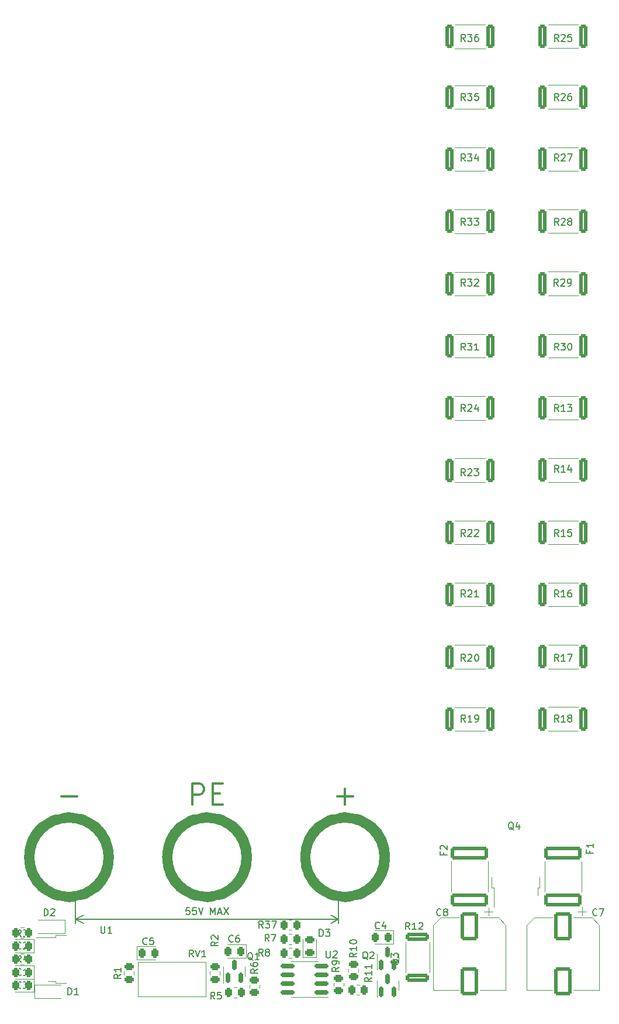
<source format=gbr>
%TF.GenerationSoftware,KiCad,Pcbnew,(6.0.8-1)-1*%
%TF.CreationDate,2022-11-06T16:40:48+01:00*%
%TF.ProjectId,shunt_regulator,7368756e-745f-4726-9567-756c61746f72,rev?*%
%TF.SameCoordinates,Original*%
%TF.FileFunction,Legend,Top*%
%TF.FilePolarity,Positive*%
%FSLAX46Y46*%
G04 Gerber Fmt 4.6, Leading zero omitted, Abs format (unit mm)*
G04 Created by KiCad (PCBNEW (6.0.8-1)-1) date 2022-11-06 16:40:48*
%MOMM*%
%LPD*%
G01*
G04 APERTURE LIST*
G04 Aperture macros list*
%AMRoundRect*
0 Rectangle with rounded corners*
0 $1 Rounding radius*
0 $2 $3 $4 $5 $6 $7 $8 $9 X,Y pos of 4 corners*
0 Add a 4 corners polygon primitive as box body*
4,1,4,$2,$3,$4,$5,$6,$7,$8,$9,$2,$3,0*
0 Add four circle primitives for the rounded corners*
1,1,$1+$1,$2,$3*
1,1,$1+$1,$4,$5*
1,1,$1+$1,$6,$7*
1,1,$1+$1,$8,$9*
0 Add four rect primitives between the rounded corners*
20,1,$1+$1,$2,$3,$4,$5,0*
20,1,$1+$1,$4,$5,$6,$7,0*
20,1,$1+$1,$6,$7,$8,$9,0*
20,1,$1+$1,$8,$9,$2,$3,0*%
G04 Aperture macros list end*
%ADD10C,0.150000*%
%ADD11C,0.300000*%
%ADD12C,0.120000*%
%ADD13C,6.500000*%
%ADD14RoundRect,0.150000X0.150000X-0.587500X0.150000X0.587500X-0.150000X0.587500X-0.150000X-0.587500X0*%
%ADD15RoundRect,0.150000X0.825000X0.150000X-0.825000X0.150000X-0.825000X-0.150000X0.825000X-0.150000X0*%
%ADD16RoundRect,0.250000X-1.000000X1.750000X-1.000000X-1.750000X1.000000X-1.750000X1.000000X1.750000X0*%
%ADD17RoundRect,0.243750X0.243750X0.456250X-0.243750X0.456250X-0.243750X-0.456250X0.243750X-0.456250X0*%
%ADD18R,1.100000X1.100000*%
%ADD19R,1.200000X2.200000*%
%ADD20R,5.800000X6.400000*%
%ADD21RoundRect,0.250000X0.362500X1.425000X-0.362500X1.425000X-0.362500X-1.425000X0.362500X-1.425000X0*%
%ADD22RoundRect,0.250000X-0.362500X-1.425000X0.362500X-1.425000X0.362500X1.425000X-0.362500X1.425000X0*%
%ADD23RoundRect,0.250000X-0.450000X0.262500X-0.450000X-0.262500X0.450000X-0.262500X0.450000X0.262500X0*%
%ADD24RoundRect,0.250000X-0.262500X-0.450000X0.262500X-0.450000X0.262500X0.450000X-0.262500X0.450000X0*%
%ADD25RoundRect,0.250000X0.450000X-0.262500X0.450000X0.262500X-0.450000X0.262500X-0.450000X-0.262500X0*%
%ADD26R,2.200000X1.200000*%
%ADD27R,6.400000X5.800000*%
%ADD28RoundRect,0.250000X1.425000X-0.362500X1.425000X0.362500X-1.425000X0.362500X-1.425000X-0.362500X0*%
%ADD29RoundRect,0.243750X-0.243750X-0.456250X0.243750X-0.456250X0.243750X0.456250X-0.243750X0.456250X0*%
%ADD30C,1.440000*%
%ADD31RoundRect,0.250000X2.475000X-0.712500X2.475000X0.712500X-2.475000X0.712500X-2.475000X-0.712500X0*%
%ADD32C,10.000000*%
%ADD33RoundRect,0.250000X0.262500X0.450000X-0.262500X0.450000X-0.262500X-0.450000X0.262500X-0.450000X0*%
%ADD34RoundRect,0.243750X0.456250X-0.243750X0.456250X0.243750X-0.456250X0.243750X-0.456250X-0.243750X0*%
G04 APERTURE END LIST*
D10*
X-2523809Y-7302379D02*
X-3000000Y-7302379D01*
X-3047619Y-7778570D01*
X-3000000Y-7730951D01*
X-2904761Y-7683332D01*
X-2666666Y-7683332D01*
X-2571428Y-7730951D01*
X-2523809Y-7778570D01*
X-2476190Y-7873808D01*
X-2476190Y-8111903D01*
X-2523809Y-8207141D01*
X-2571428Y-8254760D01*
X-2666666Y-8302379D01*
X-2904761Y-8302379D01*
X-3000000Y-8254760D01*
X-3047619Y-8207141D01*
X-1571428Y-7302379D02*
X-2047619Y-7302379D01*
X-2095238Y-7778570D01*
X-2047619Y-7730951D01*
X-1952380Y-7683332D01*
X-1714285Y-7683332D01*
X-1619047Y-7730951D01*
X-1571428Y-7778570D01*
X-1523809Y-7873808D01*
X-1523809Y-8111903D01*
X-1571428Y-8207141D01*
X-1619047Y-8254760D01*
X-1714285Y-8302379D01*
X-1952380Y-8302379D01*
X-2047619Y-8254760D01*
X-2095238Y-8207141D01*
X-1238095Y-7302379D02*
X-904761Y-8302379D01*
X-571428Y-7302379D01*
X523809Y-8302379D02*
X523809Y-7302379D01*
X857142Y-8016665D01*
X1190476Y-7302379D01*
X1190476Y-8302379D01*
X1619047Y-8016665D02*
X2095238Y-8016665D01*
X1523809Y-8302379D02*
X1857142Y-7302379D01*
X2190476Y-8302379D01*
X2428571Y-7302379D02*
X3095238Y-8302379D01*
X3095238Y-7302379D02*
X2428571Y-8302379D01*
X-19050000Y-500000D02*
X-19050000Y-9586419D01*
X19050000Y-500000D02*
X19050000Y-9586419D01*
X-19050000Y-8999999D02*
X19050000Y-8999999D01*
X-19050000Y-8999999D02*
X19050000Y-8999999D01*
X-19050000Y-8999999D02*
X-17923496Y-9586420D01*
X-19050000Y-8999999D02*
X-17923496Y-8413578D01*
X19050000Y-8999999D02*
X17923496Y-8413578D01*
X19050000Y-8999999D02*
X17923496Y-9586420D01*
%TO.C,Q1*%
X6635761Y-14914619D02*
X6540523Y-14867000D01*
X6445285Y-14771761D01*
X6302428Y-14628904D01*
X6207190Y-14581285D01*
X6111952Y-14581285D01*
X6159571Y-14819380D02*
X6064333Y-14771761D01*
X5969095Y-14676523D01*
X5921476Y-14486047D01*
X5921476Y-14152714D01*
X5969095Y-13962238D01*
X6064333Y-13867000D01*
X6159571Y-13819380D01*
X6350047Y-13819380D01*
X6445285Y-13867000D01*
X6540523Y-13962238D01*
X6588142Y-14152714D01*
X6588142Y-14486047D01*
X6540523Y-14676523D01*
X6445285Y-14771761D01*
X6350047Y-14819380D01*
X6159571Y-14819380D01*
X7540523Y-14819380D02*
X6969095Y-14819380D01*
X7254809Y-14819380D02*
X7254809Y-13819380D01*
X7159571Y-13962238D01*
X7064333Y-14057476D01*
X6969095Y-14105095D01*
%TO.C,U2*%
X17272095Y-13565380D02*
X17272095Y-14374904D01*
X17319714Y-14470142D01*
X17367333Y-14517761D01*
X17462571Y-14565380D01*
X17653047Y-14565380D01*
X17748285Y-14517761D01*
X17795904Y-14470142D01*
X17843523Y-14374904D01*
X17843523Y-13565380D01*
X18272095Y-13660619D02*
X18319714Y-13613000D01*
X18414952Y-13565380D01*
X18653047Y-13565380D01*
X18748285Y-13613000D01*
X18795904Y-13660619D01*
X18843523Y-13755857D01*
X18843523Y-13851095D01*
X18795904Y-13993952D01*
X18224476Y-14565380D01*
X18843523Y-14565380D01*
%TO.C,C7*%
X56475333Y-8374142D02*
X56427714Y-8421761D01*
X56284857Y-8469380D01*
X56189619Y-8469380D01*
X56046761Y-8421761D01*
X55951523Y-8326523D01*
X55903904Y-8231285D01*
X55856285Y-8040809D01*
X55856285Y-7897952D01*
X55903904Y-7707476D01*
X55951523Y-7612238D01*
X56046761Y-7517000D01*
X56189619Y-7469380D01*
X56284857Y-7469380D01*
X56427714Y-7517000D01*
X56475333Y-7564619D01*
X56808666Y-7469380D02*
X57475333Y-7469380D01*
X57046761Y-8469380D01*
%TO.C,C6*%
X3770333Y-12184142D02*
X3722714Y-12231761D01*
X3579857Y-12279380D01*
X3484619Y-12279380D01*
X3341761Y-12231761D01*
X3246523Y-12136523D01*
X3198904Y-12041285D01*
X3151285Y-11850809D01*
X3151285Y-11707952D01*
X3198904Y-11517476D01*
X3246523Y-11422238D01*
X3341761Y-11327000D01*
X3484619Y-11279380D01*
X3579857Y-11279380D01*
X3722714Y-11327000D01*
X3770333Y-11374619D01*
X4627476Y-11279380D02*
X4437000Y-11279380D01*
X4341761Y-11327000D01*
X4294142Y-11374619D01*
X4198904Y-11517476D01*
X4151285Y-11707952D01*
X4151285Y-12088904D01*
X4198904Y-12184142D01*
X4246523Y-12231761D01*
X4341761Y-12279380D01*
X4532238Y-12279380D01*
X4627476Y-12231761D01*
X4675095Y-12184142D01*
X4722714Y-12088904D01*
X4722714Y-11850809D01*
X4675095Y-11755571D01*
X4627476Y-11707952D01*
X4532238Y-11660333D01*
X4341761Y-11660333D01*
X4246523Y-11707952D01*
X4198904Y-11755571D01*
X4151285Y-11850809D01*
%TO.C,D1*%
X-20169095Y-19899380D02*
X-20169095Y-18899380D01*
X-19931000Y-18899380D01*
X-19788142Y-18947000D01*
X-19692904Y-19042238D01*
X-19645285Y-19137476D01*
X-19597666Y-19327952D01*
X-19597666Y-19470809D01*
X-19645285Y-19661285D01*
X-19692904Y-19756523D01*
X-19788142Y-19851761D01*
X-19931000Y-19899380D01*
X-20169095Y-19899380D01*
X-18645285Y-19899380D02*
X-19216714Y-19899380D01*
X-18931000Y-19899380D02*
X-18931000Y-18899380D01*
X-19026238Y-19042238D01*
X-19121476Y-19137476D01*
X-19216714Y-19185095D01*
%TO.C,D2*%
X-23598095Y-8469380D02*
X-23598095Y-7469380D01*
X-23360000Y-7469380D01*
X-23217142Y-7517000D01*
X-23121904Y-7612238D01*
X-23074285Y-7707476D01*
X-23026666Y-7897952D01*
X-23026666Y-8040809D01*
X-23074285Y-8231285D01*
X-23121904Y-8326523D01*
X-23217142Y-8421761D01*
X-23360000Y-8469380D01*
X-23598095Y-8469380D01*
X-22645714Y-7564619D02*
X-22598095Y-7517000D01*
X-22502857Y-7469380D01*
X-22264761Y-7469380D01*
X-22169523Y-7517000D01*
X-22121904Y-7564619D01*
X-22074285Y-7659857D01*
X-22074285Y-7755095D01*
X-22121904Y-7897952D01*
X-22693333Y-8469380D01*
X-22074285Y-8469380D01*
%TO.C,Q4*%
X44404761Y3952380D02*
X44309523Y4000000D01*
X44214285Y4095238D01*
X44071428Y4238095D01*
X43976190Y4285714D01*
X43880952Y4285714D01*
X43928571Y4047619D02*
X43833333Y4095238D01*
X43738095Y4190476D01*
X43690476Y4380952D01*
X43690476Y4714285D01*
X43738095Y4904761D01*
X43833333Y5000000D01*
X43928571Y5047619D01*
X44119047Y5047619D01*
X44214285Y5000000D01*
X44309523Y4904761D01*
X44357142Y4714285D01*
X44357142Y4380952D01*
X44309523Y4190476D01*
X44214285Y4095238D01*
X44119047Y4047619D01*
X43928571Y4047619D01*
X45214285Y4714285D02*
X45214285Y4047619D01*
X44976190Y5095238D02*
X44738095Y4380952D01*
X45357142Y4380952D01*
%TO.C,R32*%
X37418642Y82652619D02*
X37085309Y83128809D01*
X36847214Y82652619D02*
X36847214Y83652619D01*
X37228166Y83652619D01*
X37323404Y83605000D01*
X37371023Y83557380D01*
X37418642Y83462142D01*
X37418642Y83319285D01*
X37371023Y83224047D01*
X37323404Y83176428D01*
X37228166Y83128809D01*
X36847214Y83128809D01*
X37751976Y83652619D02*
X38371023Y83652619D01*
X38037690Y83271666D01*
X38180547Y83271666D01*
X38275785Y83224047D01*
X38323404Y83176428D01*
X38371023Y83081190D01*
X38371023Y82843095D01*
X38323404Y82747857D01*
X38275785Y82700238D01*
X38180547Y82652619D01*
X37894833Y82652619D01*
X37799595Y82700238D01*
X37751976Y82747857D01*
X38751976Y83557380D02*
X38799595Y83605000D01*
X38894833Y83652619D01*
X39132928Y83652619D01*
X39228166Y83605000D01*
X39275785Y83557380D01*
X39323404Y83462142D01*
X39323404Y83366904D01*
X39275785Y83224047D01*
X38704357Y82652619D01*
X39323404Y82652619D01*
%TO.C,R13*%
X50919142Y64498119D02*
X50585809Y64974309D01*
X50347714Y64498119D02*
X50347714Y65498119D01*
X50728666Y65498119D01*
X50823904Y65450500D01*
X50871523Y65402880D01*
X50919142Y65307642D01*
X50919142Y65164785D01*
X50871523Y65069547D01*
X50823904Y65021928D01*
X50728666Y64974309D01*
X50347714Y64974309D01*
X51871523Y64498119D02*
X51300095Y64498119D01*
X51585809Y64498119D02*
X51585809Y65498119D01*
X51490571Y65355261D01*
X51395333Y65260023D01*
X51300095Y65212404D01*
X52204857Y65498119D02*
X52823904Y65498119D01*
X52490571Y65117166D01*
X52633428Y65117166D01*
X52728666Y65069547D01*
X52776285Y65021928D01*
X52823904Y64926690D01*
X52823904Y64688595D01*
X52776285Y64593357D01*
X52728666Y64545738D01*
X52633428Y64498119D01*
X52347714Y64498119D01*
X52252476Y64545738D01*
X52204857Y64593357D01*
%TO.C,R35*%
X37418642Y109507619D02*
X37085309Y109983809D01*
X36847214Y109507619D02*
X36847214Y110507619D01*
X37228166Y110507619D01*
X37323404Y110460000D01*
X37371023Y110412380D01*
X37418642Y110317142D01*
X37418642Y110174285D01*
X37371023Y110079047D01*
X37323404Y110031428D01*
X37228166Y109983809D01*
X36847214Y109983809D01*
X37751976Y110507619D02*
X38371023Y110507619D01*
X38037690Y110126666D01*
X38180547Y110126666D01*
X38275785Y110079047D01*
X38323404Y110031428D01*
X38371023Y109936190D01*
X38371023Y109698095D01*
X38323404Y109602857D01*
X38275785Y109555238D01*
X38180547Y109507619D01*
X37894833Y109507619D01*
X37799595Y109555238D01*
X37751976Y109602857D01*
X39275785Y110507619D02*
X38799595Y110507619D01*
X38751976Y110031428D01*
X38799595Y110079047D01*
X38894833Y110126666D01*
X39132928Y110126666D01*
X39228166Y110079047D01*
X39275785Y110031428D01*
X39323404Y109936190D01*
X39323404Y109698095D01*
X39275785Y109602857D01*
X39228166Y109555238D01*
X39132928Y109507619D01*
X38894833Y109507619D01*
X38799595Y109555238D01*
X38751976Y109602857D01*
%TO.C,R19*%
X37418642Y19573119D02*
X37085309Y20049309D01*
X36847214Y19573119D02*
X36847214Y20573119D01*
X37228166Y20573119D01*
X37323404Y20525500D01*
X37371023Y20477880D01*
X37418642Y20382642D01*
X37418642Y20239785D01*
X37371023Y20144547D01*
X37323404Y20096928D01*
X37228166Y20049309D01*
X36847214Y20049309D01*
X38371023Y19573119D02*
X37799595Y19573119D01*
X38085309Y19573119D02*
X38085309Y20573119D01*
X37990071Y20430261D01*
X37894833Y20335023D01*
X37799595Y20287404D01*
X38847214Y19573119D02*
X39037690Y19573119D01*
X39132928Y19620738D01*
X39180547Y19668357D01*
X39275785Y19811214D01*
X39323404Y20001690D01*
X39323404Y20382642D01*
X39275785Y20477880D01*
X39228166Y20525500D01*
X39132928Y20573119D01*
X38942452Y20573119D01*
X38847214Y20525500D01*
X38799595Y20477880D01*
X38751976Y20382642D01*
X38751976Y20144547D01*
X38799595Y20049309D01*
X38847214Y20001690D01*
X38942452Y19954071D01*
X39132928Y19954071D01*
X39228166Y20001690D01*
X39275785Y20049309D01*
X39323404Y20144547D01*
%TO.C,R2*%
X1595380Y-12247666D02*
X1119190Y-12581000D01*
X1595380Y-12819095D02*
X595380Y-12819095D01*
X595380Y-12438142D01*
X643000Y-12342904D01*
X690619Y-12295285D01*
X785857Y-12247666D01*
X928714Y-12247666D01*
X1023952Y-12295285D01*
X1071571Y-12342904D01*
X1119190Y-12438142D01*
X1119190Y-12819095D01*
X690619Y-11866714D02*
X643000Y-11819095D01*
X595380Y-11723857D01*
X595380Y-11485761D01*
X643000Y-11390523D01*
X690619Y-11342904D01*
X785857Y-11295285D01*
X881095Y-11295285D01*
X1023952Y-11342904D01*
X1595380Y-11914333D01*
X1595380Y-11295285D01*
%TO.C,R3*%
X-26963666Y-11517380D02*
X-27297000Y-11041190D01*
X-27535095Y-11517380D02*
X-27535095Y-10517380D01*
X-27154142Y-10517380D01*
X-27058904Y-10565000D01*
X-27011285Y-10612619D01*
X-26963666Y-10707857D01*
X-26963666Y-10850714D01*
X-27011285Y-10945952D01*
X-27058904Y-10993571D01*
X-27154142Y-11041190D01*
X-27535095Y-11041190D01*
X-26630333Y-10517380D02*
X-26011285Y-10517380D01*
X-26344619Y-10898333D01*
X-26201761Y-10898333D01*
X-26106523Y-10945952D01*
X-26058904Y-10993571D01*
X-26011285Y-11088809D01*
X-26011285Y-11326904D01*
X-26058904Y-11422142D01*
X-26106523Y-11469761D01*
X-26201761Y-11517380D01*
X-26487476Y-11517380D01*
X-26582714Y-11469761D01*
X-26630333Y-11422142D01*
%TO.C,R15*%
X50919142Y46428119D02*
X50585809Y46904309D01*
X50347714Y46428119D02*
X50347714Y47428119D01*
X50728666Y47428119D01*
X50823904Y47380500D01*
X50871523Y47332880D01*
X50919142Y47237642D01*
X50919142Y47094785D01*
X50871523Y46999547D01*
X50823904Y46951928D01*
X50728666Y46904309D01*
X50347714Y46904309D01*
X51871523Y46428119D02*
X51300095Y46428119D01*
X51585809Y46428119D02*
X51585809Y47428119D01*
X51490571Y47285261D01*
X51395333Y47190023D01*
X51300095Y47142404D01*
X52776285Y47428119D02*
X52300095Y47428119D01*
X52252476Y46951928D01*
X52300095Y46999547D01*
X52395333Y47047166D01*
X52633428Y47047166D01*
X52728666Y46999547D01*
X52776285Y46951928D01*
X52823904Y46856690D01*
X52823904Y46618595D01*
X52776285Y46523357D01*
X52728666Y46475738D01*
X52633428Y46428119D01*
X52395333Y46428119D01*
X52300095Y46475738D01*
X52252476Y46523357D01*
%TO.C,R10*%
X21661380Y-13866857D02*
X21185190Y-14200190D01*
X21661380Y-14438285D02*
X20661380Y-14438285D01*
X20661380Y-14057333D01*
X20709000Y-13962095D01*
X20756619Y-13914476D01*
X20851857Y-13866857D01*
X20994714Y-13866857D01*
X21089952Y-13914476D01*
X21137571Y-13962095D01*
X21185190Y-14057333D01*
X21185190Y-14438285D01*
X21661380Y-12914476D02*
X21661380Y-13485904D01*
X21661380Y-13200190D02*
X20661380Y-13200190D01*
X20804238Y-13295428D01*
X20899476Y-13390666D01*
X20947095Y-13485904D01*
X20661380Y-12295428D02*
X20661380Y-12200190D01*
X20709000Y-12104952D01*
X20756619Y-12057333D01*
X20851857Y-12009714D01*
X21042333Y-11962095D01*
X21280428Y-11962095D01*
X21470904Y-12009714D01*
X21566142Y-12057333D01*
X21613761Y-12104952D01*
X21661380Y-12200190D01*
X21661380Y-12295428D01*
X21613761Y-12390666D01*
X21566142Y-12438285D01*
X21470904Y-12485904D01*
X21280428Y-12533523D01*
X21042333Y-12533523D01*
X20851857Y-12485904D01*
X20756619Y-12438285D01*
X20709000Y-12390666D01*
X20661380Y-12295428D01*
%TO.C,R6*%
X7310380Y-16184666D02*
X6834190Y-16518000D01*
X7310380Y-16756095D02*
X6310380Y-16756095D01*
X6310380Y-16375142D01*
X6358000Y-16279904D01*
X6405619Y-16232285D01*
X6500857Y-16184666D01*
X6643714Y-16184666D01*
X6738952Y-16232285D01*
X6786571Y-16279904D01*
X6834190Y-16375142D01*
X6834190Y-16756095D01*
X6310380Y-15327523D02*
X6310380Y-15518000D01*
X6358000Y-15613238D01*
X6405619Y-15660857D01*
X6548476Y-15756095D01*
X6738952Y-15803714D01*
X7119904Y-15803714D01*
X7215142Y-15756095D01*
X7262761Y-15708476D01*
X7310380Y-15613238D01*
X7310380Y-15422761D01*
X7262761Y-15327523D01*
X7215142Y-15279904D01*
X7119904Y-15232285D01*
X6881809Y-15232285D01*
X6786571Y-15279904D01*
X6738952Y-15327523D01*
X6691333Y-15422761D01*
X6691333Y-15613238D01*
X6738952Y-15708476D01*
X6786571Y-15756095D01*
X6881809Y-15803714D01*
%TO.C,U1*%
X-15366904Y-10009380D02*
X-15366904Y-10818904D01*
X-15319285Y-10914142D01*
X-15271666Y-10961761D01*
X-15176428Y-11009380D01*
X-14985952Y-11009380D01*
X-14890714Y-10961761D01*
X-14843095Y-10914142D01*
X-14795476Y-10818904D01*
X-14795476Y-10009380D01*
X-13795476Y-11009380D02*
X-14366904Y-11009380D01*
X-14081190Y-11009380D02*
X-14081190Y-10009380D01*
X-14176428Y-10152238D01*
X-14271666Y-10247476D01*
X-14366904Y-10295095D01*
%TO.C,C4*%
X24979333Y-10279142D02*
X24931714Y-10326761D01*
X24788857Y-10374380D01*
X24693619Y-10374380D01*
X24550761Y-10326761D01*
X24455523Y-10231523D01*
X24407904Y-10136285D01*
X24360285Y-9945809D01*
X24360285Y-9802952D01*
X24407904Y-9612476D01*
X24455523Y-9517238D01*
X24550761Y-9422000D01*
X24693619Y-9374380D01*
X24788857Y-9374380D01*
X24931714Y-9422000D01*
X24979333Y-9469619D01*
X25836476Y-9707714D02*
X25836476Y-10374380D01*
X25598380Y-9326761D02*
X25360285Y-10041047D01*
X25979333Y-10041047D01*
%TO.C,R28*%
X50919142Y91437619D02*
X50585809Y91913809D01*
X50347714Y91437619D02*
X50347714Y92437619D01*
X50728666Y92437619D01*
X50823904Y92390000D01*
X50871523Y92342380D01*
X50919142Y92247142D01*
X50919142Y92104285D01*
X50871523Y92009047D01*
X50823904Y91961428D01*
X50728666Y91913809D01*
X50347714Y91913809D01*
X51300095Y92342380D02*
X51347714Y92390000D01*
X51442952Y92437619D01*
X51681047Y92437619D01*
X51776285Y92390000D01*
X51823904Y92342380D01*
X51871523Y92247142D01*
X51871523Y92151904D01*
X51823904Y92009047D01*
X51252476Y91437619D01*
X51871523Y91437619D01*
X52442952Y92009047D02*
X52347714Y92056666D01*
X52300095Y92104285D01*
X52252476Y92199523D01*
X52252476Y92247142D01*
X52300095Y92342380D01*
X52347714Y92390000D01*
X52442952Y92437619D01*
X52633428Y92437619D01*
X52728666Y92390000D01*
X52776285Y92342380D01*
X52823904Y92247142D01*
X52823904Y92199523D01*
X52776285Y92104285D01*
X52728666Y92056666D01*
X52633428Y92009047D01*
X52442952Y92009047D01*
X52347714Y91961428D01*
X52300095Y91913809D01*
X52252476Y91818571D01*
X52252476Y91628095D01*
X52300095Y91532857D01*
X52347714Y91485238D01*
X52442952Y91437619D01*
X52633428Y91437619D01*
X52728666Y91485238D01*
X52776285Y91532857D01*
X52823904Y91628095D01*
X52823904Y91818571D01*
X52776285Y91913809D01*
X52728666Y91961428D01*
X52633428Y92009047D01*
%TO.C,R16*%
X50919142Y37643119D02*
X50585809Y38119309D01*
X50347714Y37643119D02*
X50347714Y38643119D01*
X50728666Y38643119D01*
X50823904Y38595500D01*
X50871523Y38547880D01*
X50919142Y38452642D01*
X50919142Y38309785D01*
X50871523Y38214547D01*
X50823904Y38166928D01*
X50728666Y38119309D01*
X50347714Y38119309D01*
X51871523Y37643119D02*
X51300095Y37643119D01*
X51585809Y37643119D02*
X51585809Y38643119D01*
X51490571Y38500261D01*
X51395333Y38405023D01*
X51300095Y38357404D01*
X52728666Y38643119D02*
X52538190Y38643119D01*
X52442952Y38595500D01*
X52395333Y38547880D01*
X52300095Y38405023D01*
X52252476Y38214547D01*
X52252476Y37833595D01*
X52300095Y37738357D01*
X52347714Y37690738D01*
X52442952Y37643119D01*
X52633428Y37643119D01*
X52728666Y37690738D01*
X52776285Y37738357D01*
X52823904Y37833595D01*
X52823904Y38071690D01*
X52776285Y38166928D01*
X52728666Y38214547D01*
X52633428Y38262166D01*
X52442952Y38262166D01*
X52347714Y38214547D01*
X52300095Y38166928D01*
X52252476Y38071690D01*
%TO.C,R29*%
X50857142Y82652619D02*
X50523809Y83128809D01*
X50285714Y82652619D02*
X50285714Y83652619D01*
X50666666Y83652619D01*
X50761904Y83605000D01*
X50809523Y83557380D01*
X50857142Y83462142D01*
X50857142Y83319285D01*
X50809523Y83224047D01*
X50761904Y83176428D01*
X50666666Y83128809D01*
X50285714Y83128809D01*
X51238095Y83557380D02*
X51285714Y83605000D01*
X51380952Y83652619D01*
X51619047Y83652619D01*
X51714285Y83605000D01*
X51761904Y83557380D01*
X51809523Y83462142D01*
X51809523Y83366904D01*
X51761904Y83224047D01*
X51190476Y82652619D01*
X51809523Y82652619D01*
X52285714Y82652619D02*
X52476190Y82652619D01*
X52571428Y82700238D01*
X52619047Y82747857D01*
X52714285Y82890714D01*
X52761904Y83081190D01*
X52761904Y83462142D01*
X52714285Y83557380D01*
X52666666Y83605000D01*
X52571428Y83652619D01*
X52380952Y83652619D01*
X52285714Y83605000D01*
X52238095Y83557380D01*
X52190476Y83462142D01*
X52190476Y83224047D01*
X52238095Y83128809D01*
X52285714Y83081190D01*
X52380952Y83033571D01*
X52571428Y83033571D01*
X52666666Y83081190D01*
X52714285Y83128809D01*
X52761904Y83224047D01*
%TO.C,R12*%
X29357142Y-10452380D02*
X29023809Y-9976190D01*
X28785714Y-10452380D02*
X28785714Y-9452380D01*
X29166666Y-9452380D01*
X29261904Y-9500000D01*
X29309523Y-9547619D01*
X29357142Y-9642857D01*
X29357142Y-9785714D01*
X29309523Y-9880952D01*
X29261904Y-9928571D01*
X29166666Y-9976190D01*
X28785714Y-9976190D01*
X30309523Y-10452380D02*
X29738095Y-10452380D01*
X30023809Y-10452380D02*
X30023809Y-9452380D01*
X29928571Y-9595238D01*
X29833333Y-9690476D01*
X29738095Y-9738095D01*
X30690476Y-9547619D02*
X30738095Y-9500000D01*
X30833333Y-9452380D01*
X31071428Y-9452380D01*
X31166666Y-9500000D01*
X31214285Y-9547619D01*
X31261904Y-9642857D01*
X31261904Y-9738095D01*
X31214285Y-9880952D01*
X30642857Y-10452380D01*
X31261904Y-10452380D01*
%TO.C,C1*%
X-26963666Y-17010142D02*
X-27011285Y-17057761D01*
X-27154142Y-17105380D01*
X-27249380Y-17105380D01*
X-27392238Y-17057761D01*
X-27487476Y-16962523D01*
X-27535095Y-16867285D01*
X-27582714Y-16676809D01*
X-27582714Y-16533952D01*
X-27535095Y-16343476D01*
X-27487476Y-16248238D01*
X-27392238Y-16153000D01*
X-27249380Y-16105380D01*
X-27154142Y-16105380D01*
X-27011285Y-16153000D01*
X-26963666Y-16200619D01*
X-26011285Y-17105380D02*
X-26582714Y-17105380D01*
X-26297000Y-17105380D02*
X-26297000Y-16105380D01*
X-26392238Y-16248238D01*
X-26487476Y-16343476D01*
X-26582714Y-16391095D01*
%TO.C,R33*%
X37418642Y91437619D02*
X37085309Y91913809D01*
X36847214Y91437619D02*
X36847214Y92437619D01*
X37228166Y92437619D01*
X37323404Y92390000D01*
X37371023Y92342380D01*
X37418642Y92247142D01*
X37418642Y92104285D01*
X37371023Y92009047D01*
X37323404Y91961428D01*
X37228166Y91913809D01*
X36847214Y91913809D01*
X37751976Y92437619D02*
X38371023Y92437619D01*
X38037690Y92056666D01*
X38180547Y92056666D01*
X38275785Y92009047D01*
X38323404Y91961428D01*
X38371023Y91866190D01*
X38371023Y91628095D01*
X38323404Y91532857D01*
X38275785Y91485238D01*
X38180547Y91437619D01*
X37894833Y91437619D01*
X37799595Y91485238D01*
X37751976Y91532857D01*
X38704357Y92437619D02*
X39323404Y92437619D01*
X38990071Y92056666D01*
X39132928Y92056666D01*
X39228166Y92009047D01*
X39275785Y91961428D01*
X39323404Y91866190D01*
X39323404Y91628095D01*
X39275785Y91532857D01*
X39228166Y91485238D01*
X39132928Y91437619D01*
X38847214Y91437619D01*
X38751976Y91485238D01*
X38704357Y91532857D01*
%TO.C,R20*%
X37418642Y28358119D02*
X37085309Y28834309D01*
X36847214Y28358119D02*
X36847214Y29358119D01*
X37228166Y29358119D01*
X37323404Y29310500D01*
X37371023Y29262880D01*
X37418642Y29167642D01*
X37418642Y29024785D01*
X37371023Y28929547D01*
X37323404Y28881928D01*
X37228166Y28834309D01*
X36847214Y28834309D01*
X37799595Y29262880D02*
X37847214Y29310500D01*
X37942452Y29358119D01*
X38180547Y29358119D01*
X38275785Y29310500D01*
X38323404Y29262880D01*
X38371023Y29167642D01*
X38371023Y29072404D01*
X38323404Y28929547D01*
X37751976Y28358119D01*
X38371023Y28358119D01*
X38990071Y29358119D02*
X39085309Y29358119D01*
X39180547Y29310500D01*
X39228166Y29262880D01*
X39275785Y29167642D01*
X39323404Y28977166D01*
X39323404Y28739071D01*
X39275785Y28548595D01*
X39228166Y28453357D01*
X39180547Y28405738D01*
X39085309Y28358119D01*
X38990071Y28358119D01*
X38894833Y28405738D01*
X38847214Y28453357D01*
X38799595Y28548595D01*
X38751976Y28739071D01*
X38751976Y28977166D01*
X38799595Y29167642D01*
X38847214Y29262880D01*
X38894833Y29310500D01*
X38990071Y29358119D01*
%TO.C,R27*%
X50919142Y100722619D02*
X50585809Y101198809D01*
X50347714Y100722619D02*
X50347714Y101722619D01*
X50728666Y101722619D01*
X50823904Y101675000D01*
X50871523Y101627380D01*
X50919142Y101532142D01*
X50919142Y101389285D01*
X50871523Y101294047D01*
X50823904Y101246428D01*
X50728666Y101198809D01*
X50347714Y101198809D01*
X51300095Y101627380D02*
X51347714Y101675000D01*
X51442952Y101722619D01*
X51681047Y101722619D01*
X51776285Y101675000D01*
X51823904Y101627380D01*
X51871523Y101532142D01*
X51871523Y101436904D01*
X51823904Y101294047D01*
X51252476Y100722619D01*
X51871523Y100722619D01*
X52204857Y101722619D02*
X52871523Y101722619D01*
X52442952Y100722619D01*
%TO.C,R34*%
X37418642Y100722619D02*
X37085309Y101198809D01*
X36847214Y100722619D02*
X36847214Y101722619D01*
X37228166Y101722619D01*
X37323404Y101675000D01*
X37371023Y101627380D01*
X37418642Y101532142D01*
X37418642Y101389285D01*
X37371023Y101294047D01*
X37323404Y101246428D01*
X37228166Y101198809D01*
X36847214Y101198809D01*
X37751976Y101722619D02*
X38371023Y101722619D01*
X38037690Y101341666D01*
X38180547Y101341666D01*
X38275785Y101294047D01*
X38323404Y101246428D01*
X38371023Y101151190D01*
X38371023Y100913095D01*
X38323404Y100817857D01*
X38275785Y100770238D01*
X38180547Y100722619D01*
X37894833Y100722619D01*
X37799595Y100770238D01*
X37751976Y100817857D01*
X39228166Y101389285D02*
X39228166Y100722619D01*
X38990071Y101770238D02*
X38751976Y101055952D01*
X39371023Y101055952D01*
%TO.C,C2*%
X-26963666Y-13200142D02*
X-27011285Y-13247761D01*
X-27154142Y-13295380D01*
X-27249380Y-13295380D01*
X-27392238Y-13247761D01*
X-27487476Y-13152523D01*
X-27535095Y-13057285D01*
X-27582714Y-12866809D01*
X-27582714Y-12723952D01*
X-27535095Y-12533476D01*
X-27487476Y-12438238D01*
X-27392238Y-12343000D01*
X-27249380Y-12295380D01*
X-27154142Y-12295380D01*
X-27011285Y-12343000D01*
X-26963666Y-12390619D01*
X-26582714Y-12390619D02*
X-26535095Y-12343000D01*
X-26439857Y-12295380D01*
X-26201761Y-12295380D01*
X-26106523Y-12343000D01*
X-26058904Y-12390619D01*
X-26011285Y-12485857D01*
X-26011285Y-12581095D01*
X-26058904Y-12723952D01*
X-26630333Y-13295380D01*
X-26011285Y-13295380D01*
%TO.C,C3*%
X-26963666Y-18915142D02*
X-27011285Y-18962761D01*
X-27154142Y-19010380D01*
X-27249380Y-19010380D01*
X-27392238Y-18962761D01*
X-27487476Y-18867523D01*
X-27535095Y-18772285D01*
X-27582714Y-18581809D01*
X-27582714Y-18438952D01*
X-27535095Y-18248476D01*
X-27487476Y-18153238D01*
X-27392238Y-18058000D01*
X-27249380Y-18010380D01*
X-27154142Y-18010380D01*
X-27011285Y-18058000D01*
X-26963666Y-18105619D01*
X-26630333Y-18010380D02*
X-26011285Y-18010380D01*
X-26344619Y-18391333D01*
X-26201761Y-18391333D01*
X-26106523Y-18438952D01*
X-26058904Y-18486571D01*
X-26011285Y-18581809D01*
X-26011285Y-18819904D01*
X-26058904Y-18915142D01*
X-26106523Y-18962761D01*
X-26201761Y-19010380D01*
X-26487476Y-19010380D01*
X-26582714Y-18962761D01*
X-26630333Y-18915142D01*
%TO.C,R22*%
X37418642Y46428119D02*
X37085309Y46904309D01*
X36847214Y46428119D02*
X36847214Y47428119D01*
X37228166Y47428119D01*
X37323404Y47380500D01*
X37371023Y47332880D01*
X37418642Y47237642D01*
X37418642Y47094785D01*
X37371023Y46999547D01*
X37323404Y46951928D01*
X37228166Y46904309D01*
X36847214Y46904309D01*
X37799595Y47332880D02*
X37847214Y47380500D01*
X37942452Y47428119D01*
X38180547Y47428119D01*
X38275785Y47380500D01*
X38323404Y47332880D01*
X38371023Y47237642D01*
X38371023Y47142404D01*
X38323404Y46999547D01*
X37751976Y46428119D01*
X38371023Y46428119D01*
X38751976Y47332880D02*
X38799595Y47380500D01*
X38894833Y47428119D01*
X39132928Y47428119D01*
X39228166Y47380500D01*
X39275785Y47332880D01*
X39323404Y47237642D01*
X39323404Y47142404D01*
X39275785Y46999547D01*
X38704357Y46428119D01*
X39323404Y46428119D01*
%TO.C,C5*%
X-8675666Y-12566142D02*
X-8723285Y-12613761D01*
X-8866142Y-12661380D01*
X-8961380Y-12661380D01*
X-9104238Y-12613761D01*
X-9199476Y-12518523D01*
X-9247095Y-12423285D01*
X-9294714Y-12232809D01*
X-9294714Y-12089952D01*
X-9247095Y-11899476D01*
X-9199476Y-11804238D01*
X-9104238Y-11709000D01*
X-8961380Y-11661380D01*
X-8866142Y-11661380D01*
X-8723285Y-11709000D01*
X-8675666Y-11756619D01*
X-7770904Y-11661380D02*
X-8247095Y-11661380D01*
X-8294714Y-12137571D01*
X-8247095Y-12089952D01*
X-8151857Y-12042333D01*
X-7913761Y-12042333D01*
X-7818523Y-12089952D01*
X-7770904Y-12137571D01*
X-7723285Y-12232809D01*
X-7723285Y-12470904D01*
X-7770904Y-12566142D01*
X-7818523Y-12613761D01*
X-7913761Y-12661380D01*
X-8151857Y-12661380D01*
X-8247095Y-12613761D01*
X-8294714Y-12566142D01*
%TO.C,R7*%
X8977333Y-12152380D02*
X8644000Y-11676190D01*
X8405904Y-12152380D02*
X8405904Y-11152380D01*
X8786857Y-11152380D01*
X8882095Y-11200000D01*
X8929714Y-11247619D01*
X8977333Y-11342857D01*
X8977333Y-11485714D01*
X8929714Y-11580952D01*
X8882095Y-11628571D01*
X8786857Y-11676190D01*
X8405904Y-11676190D01*
X9310666Y-11152380D02*
X9977333Y-11152380D01*
X9548761Y-12152380D01*
%TO.C,R36*%
X37418642Y118047619D02*
X37085309Y118523809D01*
X36847214Y118047619D02*
X36847214Y119047619D01*
X37228166Y119047619D01*
X37323404Y119000000D01*
X37371023Y118952380D01*
X37418642Y118857142D01*
X37418642Y118714285D01*
X37371023Y118619047D01*
X37323404Y118571428D01*
X37228166Y118523809D01*
X36847214Y118523809D01*
X37751976Y119047619D02*
X38371023Y119047619D01*
X38037690Y118666666D01*
X38180547Y118666666D01*
X38275785Y118619047D01*
X38323404Y118571428D01*
X38371023Y118476190D01*
X38371023Y118238095D01*
X38323404Y118142857D01*
X38275785Y118095238D01*
X38180547Y118047619D01*
X37894833Y118047619D01*
X37799595Y118095238D01*
X37751976Y118142857D01*
X39228166Y119047619D02*
X39037690Y119047619D01*
X38942452Y119000000D01*
X38894833Y118952380D01*
X38799595Y118809523D01*
X38751976Y118619047D01*
X38751976Y118238095D01*
X38799595Y118142857D01*
X38847214Y118095238D01*
X38942452Y118047619D01*
X39132928Y118047619D01*
X39228166Y118095238D01*
X39275785Y118142857D01*
X39323404Y118238095D01*
X39323404Y118476190D01*
X39275785Y118571428D01*
X39228166Y118619047D01*
X39132928Y118666666D01*
X38942452Y118666666D01*
X38847214Y118619047D01*
X38799595Y118571428D01*
X38751976Y118476190D01*
%TO.C,R31*%
X37418642Y73367619D02*
X37085309Y73843809D01*
X36847214Y73367619D02*
X36847214Y74367619D01*
X37228166Y74367619D01*
X37323404Y74320000D01*
X37371023Y74272380D01*
X37418642Y74177142D01*
X37418642Y74034285D01*
X37371023Y73939047D01*
X37323404Y73891428D01*
X37228166Y73843809D01*
X36847214Y73843809D01*
X37751976Y74367619D02*
X38371023Y74367619D01*
X38037690Y73986666D01*
X38180547Y73986666D01*
X38275785Y73939047D01*
X38323404Y73891428D01*
X38371023Y73796190D01*
X38371023Y73558095D01*
X38323404Y73462857D01*
X38275785Y73415238D01*
X38180547Y73367619D01*
X37894833Y73367619D01*
X37799595Y73415238D01*
X37751976Y73462857D01*
X39323404Y73367619D02*
X38751976Y73367619D01*
X39037690Y73367619D02*
X39037690Y74367619D01*
X38942452Y74224761D01*
X38847214Y74129523D01*
X38751976Y74081904D01*
%TO.C,RV1*%
X-1992238Y-14438380D02*
X-2325571Y-13962190D01*
X-2563666Y-14438380D02*
X-2563666Y-13438380D01*
X-2182714Y-13438380D01*
X-2087476Y-13486000D01*
X-2039857Y-13533619D01*
X-1992238Y-13628857D01*
X-1992238Y-13771714D01*
X-2039857Y-13866952D01*
X-2087476Y-13914571D01*
X-2182714Y-13962190D01*
X-2563666Y-13962190D01*
X-1706523Y-13438380D02*
X-1373190Y-14438380D01*
X-1039857Y-13438380D01*
X-182714Y-14438380D02*
X-754142Y-14438380D01*
X-468428Y-14438380D02*
X-468428Y-13438380D01*
X-563666Y-13581238D01*
X-658904Y-13676476D01*
X-754142Y-13724095D01*
%TO.C,R9*%
X19121380Y-15930666D02*
X18645190Y-16264000D01*
X19121380Y-16502095D02*
X18121380Y-16502095D01*
X18121380Y-16121142D01*
X18169000Y-16025904D01*
X18216619Y-15978285D01*
X18311857Y-15930666D01*
X18454714Y-15930666D01*
X18549952Y-15978285D01*
X18597571Y-16025904D01*
X18645190Y-16121142D01*
X18645190Y-16502095D01*
X19121380Y-15454476D02*
X19121380Y-15264000D01*
X19073761Y-15168761D01*
X19026142Y-15121142D01*
X18883285Y-15025904D01*
X18692809Y-14978285D01*
X18311857Y-14978285D01*
X18216619Y-15025904D01*
X18169000Y-15073523D01*
X18121380Y-15168761D01*
X18121380Y-15359238D01*
X18169000Y-15454476D01*
X18216619Y-15502095D01*
X18311857Y-15549714D01*
X18549952Y-15549714D01*
X18645190Y-15502095D01*
X18692809Y-15454476D01*
X18740428Y-15359238D01*
X18740428Y-15168761D01*
X18692809Y-15073523D01*
X18645190Y-15025904D01*
X18549952Y-14978285D01*
%TO.C,R18*%
X50919142Y19573119D02*
X50585809Y20049309D01*
X50347714Y19573119D02*
X50347714Y20573119D01*
X50728666Y20573119D01*
X50823904Y20525500D01*
X50871523Y20477880D01*
X50919142Y20382642D01*
X50919142Y20239785D01*
X50871523Y20144547D01*
X50823904Y20096928D01*
X50728666Y20049309D01*
X50347714Y20049309D01*
X51871523Y19573119D02*
X51300095Y19573119D01*
X51585809Y19573119D02*
X51585809Y20573119D01*
X51490571Y20430261D01*
X51395333Y20335023D01*
X51300095Y20287404D01*
X52442952Y20144547D02*
X52347714Y20192166D01*
X52300095Y20239785D01*
X52252476Y20335023D01*
X52252476Y20382642D01*
X52300095Y20477880D01*
X52347714Y20525500D01*
X52442952Y20573119D01*
X52633428Y20573119D01*
X52728666Y20525500D01*
X52776285Y20477880D01*
X52823904Y20382642D01*
X52823904Y20335023D01*
X52776285Y20239785D01*
X52728666Y20192166D01*
X52633428Y20144547D01*
X52442952Y20144547D01*
X52347714Y20096928D01*
X52300095Y20049309D01*
X52252476Y19954071D01*
X52252476Y19763595D01*
X52300095Y19668357D01*
X52347714Y19620738D01*
X52442952Y19573119D01*
X52633428Y19573119D01*
X52728666Y19620738D01*
X52776285Y19668357D01*
X52823904Y19763595D01*
X52823904Y19954071D01*
X52776285Y20049309D01*
X52728666Y20096928D01*
X52633428Y20144547D01*
%TO.C,F2*%
X34248571Y666666D02*
X34248571Y333333D01*
X34772380Y333333D02*
X33772380Y333333D01*
X33772380Y809523D01*
X33867619Y1142857D02*
X33820000Y1190476D01*
X33772380Y1285714D01*
X33772380Y1523809D01*
X33820000Y1619047D01*
X33867619Y1666666D01*
X33962857Y1714285D01*
X34058095Y1714285D01*
X34200952Y1666666D01*
X34772380Y1095238D01*
X34772380Y1714285D01*
%TO.C,R26*%
X50919142Y109507619D02*
X50585809Y109983809D01*
X50347714Y109507619D02*
X50347714Y110507619D01*
X50728666Y110507619D01*
X50823904Y110460000D01*
X50871523Y110412380D01*
X50919142Y110317142D01*
X50919142Y110174285D01*
X50871523Y110079047D01*
X50823904Y110031428D01*
X50728666Y109983809D01*
X50347714Y109983809D01*
X51300095Y110412380D02*
X51347714Y110460000D01*
X51442952Y110507619D01*
X51681047Y110507619D01*
X51776285Y110460000D01*
X51823904Y110412380D01*
X51871523Y110317142D01*
X51871523Y110221904D01*
X51823904Y110079047D01*
X51252476Y109507619D01*
X51871523Y109507619D01*
X52728666Y110507619D02*
X52538190Y110507619D01*
X52442952Y110460000D01*
X52395333Y110412380D01*
X52300095Y110269523D01*
X52252476Y110079047D01*
X52252476Y109698095D01*
X52300095Y109602857D01*
X52347714Y109555238D01*
X52442952Y109507619D01*
X52633428Y109507619D01*
X52728666Y109555238D01*
X52776285Y109602857D01*
X52823904Y109698095D01*
X52823904Y109936190D01*
X52776285Y110031428D01*
X52728666Y110079047D01*
X52633428Y110126666D01*
X52442952Y110126666D01*
X52347714Y110079047D01*
X52300095Y110031428D01*
X52252476Y109936190D01*
%TO.C,R24*%
X37418642Y64498119D02*
X37085309Y64974309D01*
X36847214Y64498119D02*
X36847214Y65498119D01*
X37228166Y65498119D01*
X37323404Y65450500D01*
X37371023Y65402880D01*
X37418642Y65307642D01*
X37418642Y65164785D01*
X37371023Y65069547D01*
X37323404Y65021928D01*
X37228166Y64974309D01*
X36847214Y64974309D01*
X37799595Y65402880D02*
X37847214Y65450500D01*
X37942452Y65498119D01*
X38180547Y65498119D01*
X38275785Y65450500D01*
X38323404Y65402880D01*
X38371023Y65307642D01*
X38371023Y65212404D01*
X38323404Y65069547D01*
X37751976Y64498119D01*
X38371023Y64498119D01*
X39228166Y65164785D02*
X39228166Y64498119D01*
X38990071Y65545738D02*
X38751976Y64831452D01*
X39371023Y64831452D01*
%TO.C,R23*%
X37418642Y55213119D02*
X37085309Y55689309D01*
X36847214Y55213119D02*
X36847214Y56213119D01*
X37228166Y56213119D01*
X37323404Y56165500D01*
X37371023Y56117880D01*
X37418642Y56022642D01*
X37418642Y55879785D01*
X37371023Y55784547D01*
X37323404Y55736928D01*
X37228166Y55689309D01*
X36847214Y55689309D01*
X37799595Y56117880D02*
X37847214Y56165500D01*
X37942452Y56213119D01*
X38180547Y56213119D01*
X38275785Y56165500D01*
X38323404Y56117880D01*
X38371023Y56022642D01*
X38371023Y55927404D01*
X38323404Y55784547D01*
X37751976Y55213119D01*
X38371023Y55213119D01*
X38704357Y56213119D02*
X39323404Y56213119D01*
X38990071Y55832166D01*
X39132928Y55832166D01*
X39228166Y55784547D01*
X39275785Y55736928D01*
X39323404Y55641690D01*
X39323404Y55403595D01*
X39275785Y55308357D01*
X39228166Y55260738D01*
X39132928Y55213119D01*
X38847214Y55213119D01*
X38751976Y55260738D01*
X38704357Y55308357D01*
%TO.C,J1*%
X-333333Y1047619D02*
X-333333Y333333D01*
X-380952Y190476D01*
X-476190Y95238D01*
X-619047Y47619D01*
X-714285Y47619D01*
X666666Y47619D02*
X95238Y47619D01*
X380952Y47619D02*
X380952Y1047619D01*
X285714Y904761D01*
X190476Y809523D01*
X95238Y761904D01*
D11*
X-21142857Y8785714D02*
X-18857142Y8785714D01*
X18857142Y8785714D02*
X21142857Y8785714D01*
X20000000Y7642857D02*
X20000000Y9928571D01*
X-2142857Y7642857D02*
X-2142857Y10642857D01*
X-1000000Y10642857D01*
X-714285Y10500000D01*
X-571428Y10357142D01*
X-428571Y10071428D01*
X-428571Y9642857D01*
X-571428Y9357142D01*
X-714285Y9214285D01*
X-1000000Y9071428D01*
X-2142857Y9071428D01*
X857142Y9214285D02*
X1857142Y9214285D01*
X2285714Y7642857D02*
X857142Y7642857D01*
X857142Y10642857D01*
X2285714Y10642857D01*
D10*
%TO.C,R30*%
X50919142Y73367619D02*
X50585809Y73843809D01*
X50347714Y73367619D02*
X50347714Y74367619D01*
X50728666Y74367619D01*
X50823904Y74320000D01*
X50871523Y74272380D01*
X50919142Y74177142D01*
X50919142Y74034285D01*
X50871523Y73939047D01*
X50823904Y73891428D01*
X50728666Y73843809D01*
X50347714Y73843809D01*
X51252476Y74367619D02*
X51871523Y74367619D01*
X51538190Y73986666D01*
X51681047Y73986666D01*
X51776285Y73939047D01*
X51823904Y73891428D01*
X51871523Y73796190D01*
X51871523Y73558095D01*
X51823904Y73462857D01*
X51776285Y73415238D01*
X51681047Y73367619D01*
X51395333Y73367619D01*
X51300095Y73415238D01*
X51252476Y73462857D01*
X52490571Y74367619D02*
X52585809Y74367619D01*
X52681047Y74320000D01*
X52728666Y74272380D01*
X52776285Y74177142D01*
X52823904Y73986666D01*
X52823904Y73748571D01*
X52776285Y73558095D01*
X52728666Y73462857D01*
X52681047Y73415238D01*
X52585809Y73367619D01*
X52490571Y73367619D01*
X52395333Y73415238D01*
X52347714Y73462857D01*
X52300095Y73558095D01*
X52252476Y73748571D01*
X52252476Y73986666D01*
X52300095Y74177142D01*
X52347714Y74272380D01*
X52395333Y74320000D01*
X52490571Y74367619D01*
%TO.C,R8*%
X8088333Y-14311380D02*
X7755000Y-13835190D01*
X7516904Y-14311380D02*
X7516904Y-13311380D01*
X7897857Y-13311380D01*
X7993095Y-13359000D01*
X8040714Y-13406619D01*
X8088333Y-13501857D01*
X8088333Y-13644714D01*
X8040714Y-13739952D01*
X7993095Y-13787571D01*
X7897857Y-13835190D01*
X7516904Y-13835190D01*
X8659761Y-13739952D02*
X8564523Y-13692333D01*
X8516904Y-13644714D01*
X8469285Y-13549476D01*
X8469285Y-13501857D01*
X8516904Y-13406619D01*
X8564523Y-13359000D01*
X8659761Y-13311380D01*
X8850238Y-13311380D01*
X8945476Y-13359000D01*
X8993095Y-13406619D01*
X9040714Y-13501857D01*
X9040714Y-13549476D01*
X8993095Y-13644714D01*
X8945476Y-13692333D01*
X8850238Y-13739952D01*
X8659761Y-13739952D01*
X8564523Y-13787571D01*
X8516904Y-13835190D01*
X8469285Y-13930428D01*
X8469285Y-14120904D01*
X8516904Y-14216142D01*
X8564523Y-14263761D01*
X8659761Y-14311380D01*
X8850238Y-14311380D01*
X8945476Y-14263761D01*
X8993095Y-14216142D01*
X9040714Y-14120904D01*
X9040714Y-13930428D01*
X8993095Y-13835190D01*
X8945476Y-13787571D01*
X8850238Y-13739952D01*
%TO.C,R17*%
X50919142Y28358119D02*
X50585809Y28834309D01*
X50347714Y28358119D02*
X50347714Y29358119D01*
X50728666Y29358119D01*
X50823904Y29310500D01*
X50871523Y29262880D01*
X50919142Y29167642D01*
X50919142Y29024785D01*
X50871523Y28929547D01*
X50823904Y28881928D01*
X50728666Y28834309D01*
X50347714Y28834309D01*
X51871523Y28358119D02*
X51300095Y28358119D01*
X51585809Y28358119D02*
X51585809Y29358119D01*
X51490571Y29215261D01*
X51395333Y29120023D01*
X51300095Y29072404D01*
X52204857Y29358119D02*
X52871523Y29358119D01*
X52442952Y28358119D01*
%TO.C,R4*%
X-26939666Y-15200380D02*
X-27273000Y-14724190D01*
X-27511095Y-15200380D02*
X-27511095Y-14200380D01*
X-27130142Y-14200380D01*
X-27034904Y-14248000D01*
X-26987285Y-14295619D01*
X-26939666Y-14390857D01*
X-26939666Y-14533714D01*
X-26987285Y-14628952D01*
X-27034904Y-14676571D01*
X-27130142Y-14724190D01*
X-27511095Y-14724190D01*
X-26082523Y-14533714D02*
X-26082523Y-15200380D01*
X-26320619Y-14152761D02*
X-26558714Y-14867047D01*
X-25939666Y-14867047D01*
%TO.C,Q3*%
X27778619Y-14799238D02*
X27731000Y-14894476D01*
X27635761Y-14989714D01*
X27492904Y-15132571D01*
X27445285Y-15227809D01*
X27445285Y-15323047D01*
X27683380Y-15275428D02*
X27635761Y-15370666D01*
X27540523Y-15465904D01*
X27350047Y-15513523D01*
X27016714Y-15513523D01*
X26826238Y-15465904D01*
X26731000Y-15370666D01*
X26683380Y-15275428D01*
X26683380Y-15084952D01*
X26731000Y-14989714D01*
X26826238Y-14894476D01*
X27016714Y-14846857D01*
X27350047Y-14846857D01*
X27540523Y-14894476D01*
X27635761Y-14989714D01*
X27683380Y-15084952D01*
X27683380Y-15275428D01*
X26683380Y-14513523D02*
X26683380Y-13894476D01*
X27064333Y-14227809D01*
X27064333Y-14084952D01*
X27111952Y-13989714D01*
X27159571Y-13942095D01*
X27254809Y-13894476D01*
X27492904Y-13894476D01*
X27588142Y-13942095D01*
X27635761Y-13989714D01*
X27683380Y-14084952D01*
X27683380Y-14370666D01*
X27635761Y-14465904D01*
X27588142Y-14513523D01*
%TO.C,R25*%
X50919142Y118047619D02*
X50585809Y118523809D01*
X50347714Y118047619D02*
X50347714Y119047619D01*
X50728666Y119047619D01*
X50823904Y119000000D01*
X50871523Y118952380D01*
X50919142Y118857142D01*
X50919142Y118714285D01*
X50871523Y118619047D01*
X50823904Y118571428D01*
X50728666Y118523809D01*
X50347714Y118523809D01*
X51300095Y118952380D02*
X51347714Y119000000D01*
X51442952Y119047619D01*
X51681047Y119047619D01*
X51776285Y119000000D01*
X51823904Y118952380D01*
X51871523Y118857142D01*
X51871523Y118761904D01*
X51823904Y118619047D01*
X51252476Y118047619D01*
X51871523Y118047619D01*
X52776285Y119047619D02*
X52300095Y119047619D01*
X52252476Y118571428D01*
X52300095Y118619047D01*
X52395333Y118666666D01*
X52633428Y118666666D01*
X52728666Y118619047D01*
X52776285Y118571428D01*
X52823904Y118476190D01*
X52823904Y118238095D01*
X52776285Y118142857D01*
X52728666Y118095238D01*
X52633428Y118047619D01*
X52395333Y118047619D01*
X52300095Y118095238D01*
X52252476Y118142857D01*
%TO.C,Q2*%
X23272761Y-14787619D02*
X23177523Y-14740000D01*
X23082285Y-14644761D01*
X22939428Y-14501904D01*
X22844190Y-14454285D01*
X22748952Y-14454285D01*
X22796571Y-14692380D02*
X22701333Y-14644761D01*
X22606095Y-14549523D01*
X22558476Y-14359047D01*
X22558476Y-14025714D01*
X22606095Y-13835238D01*
X22701333Y-13740000D01*
X22796571Y-13692380D01*
X22987047Y-13692380D01*
X23082285Y-13740000D01*
X23177523Y-13835238D01*
X23225142Y-14025714D01*
X23225142Y-14359047D01*
X23177523Y-14549523D01*
X23082285Y-14644761D01*
X22987047Y-14692380D01*
X22796571Y-14692380D01*
X23606095Y-13787619D02*
X23653714Y-13740000D01*
X23748952Y-13692380D01*
X23987047Y-13692380D01*
X24082285Y-13740000D01*
X24129904Y-13787619D01*
X24177523Y-13882857D01*
X24177523Y-13978095D01*
X24129904Y-14120952D01*
X23558476Y-14692380D01*
X24177523Y-14692380D01*
%TO.C,R14*%
X50919142Y55713119D02*
X50585809Y56189309D01*
X50347714Y55713119D02*
X50347714Y56713119D01*
X50728666Y56713119D01*
X50823904Y56665500D01*
X50871523Y56617880D01*
X50919142Y56522642D01*
X50919142Y56379785D01*
X50871523Y56284547D01*
X50823904Y56236928D01*
X50728666Y56189309D01*
X50347714Y56189309D01*
X51871523Y55713119D02*
X51300095Y55713119D01*
X51585809Y55713119D02*
X51585809Y56713119D01*
X51490571Y56570261D01*
X51395333Y56475023D01*
X51300095Y56427404D01*
X52728666Y56379785D02*
X52728666Y55713119D01*
X52490571Y56760738D02*
X52252476Y56046452D01*
X52871523Y56046452D01*
%TO.C,C8*%
X33869333Y-8374142D02*
X33821714Y-8421761D01*
X33678857Y-8469380D01*
X33583619Y-8469380D01*
X33440761Y-8421761D01*
X33345523Y-8326523D01*
X33297904Y-8231285D01*
X33250285Y-8040809D01*
X33250285Y-7897952D01*
X33297904Y-7707476D01*
X33345523Y-7612238D01*
X33440761Y-7517000D01*
X33583619Y-7469380D01*
X33678857Y-7469380D01*
X33821714Y-7517000D01*
X33869333Y-7564619D01*
X34440761Y-7897952D02*
X34345523Y-7850333D01*
X34297904Y-7802714D01*
X34250285Y-7707476D01*
X34250285Y-7659857D01*
X34297904Y-7564619D01*
X34345523Y-7517000D01*
X34440761Y-7469380D01*
X34631238Y-7469380D01*
X34726476Y-7517000D01*
X34774095Y-7564619D01*
X34821714Y-7659857D01*
X34821714Y-7707476D01*
X34774095Y-7802714D01*
X34726476Y-7850333D01*
X34631238Y-7897952D01*
X34440761Y-7897952D01*
X34345523Y-7945571D01*
X34297904Y-7993190D01*
X34250285Y-8088428D01*
X34250285Y-8278904D01*
X34297904Y-8374142D01*
X34345523Y-8421761D01*
X34440761Y-8469380D01*
X34631238Y-8469380D01*
X34726476Y-8421761D01*
X34774095Y-8374142D01*
X34821714Y-8278904D01*
X34821714Y-8088428D01*
X34774095Y-7993190D01*
X34726476Y-7945571D01*
X34631238Y-7897952D01*
%TO.C,R37*%
X8120142Y-10247380D02*
X7786809Y-9771190D01*
X7548714Y-10247380D02*
X7548714Y-9247380D01*
X7929666Y-9247380D01*
X8024904Y-9295000D01*
X8072523Y-9342619D01*
X8120142Y-9437857D01*
X8120142Y-9580714D01*
X8072523Y-9675952D01*
X8024904Y-9723571D01*
X7929666Y-9771190D01*
X7548714Y-9771190D01*
X8453476Y-9247380D02*
X9072523Y-9247380D01*
X8739190Y-9628333D01*
X8882047Y-9628333D01*
X8977285Y-9675952D01*
X9024904Y-9723571D01*
X9072523Y-9818809D01*
X9072523Y-10056904D01*
X9024904Y-10152142D01*
X8977285Y-10199761D01*
X8882047Y-10247380D01*
X8596333Y-10247380D01*
X8501095Y-10199761D01*
X8453476Y-10152142D01*
X9405857Y-9247380D02*
X10072523Y-9247380D01*
X9643952Y-10247380D01*
%TO.C,R5*%
X1103333Y-20534380D02*
X769999Y-20058190D01*
X531904Y-20534380D02*
X531904Y-19534380D01*
X912857Y-19534380D01*
X1008095Y-19582000D01*
X1055714Y-19629619D01*
X1103333Y-19724857D01*
X1103333Y-19867714D01*
X1055714Y-19962952D01*
X1008095Y-20010571D01*
X912857Y-20058190D01*
X531904Y-20058190D01*
X2008095Y-19534380D02*
X1531904Y-19534380D01*
X1484285Y-20010571D01*
X1531904Y-19962952D01*
X1627142Y-19915333D01*
X1865238Y-19915333D01*
X1960476Y-19962952D01*
X2008095Y-20010571D01*
X2055714Y-20105809D01*
X2055714Y-20343904D01*
X2008095Y-20439142D01*
X1960476Y-20486761D01*
X1865238Y-20534380D01*
X1627142Y-20534380D01*
X1531904Y-20486761D01*
X1484285Y-20439142D01*
%TO.C,R11*%
X23820380Y-17422857D02*
X23344190Y-17756190D01*
X23820380Y-17994285D02*
X22820380Y-17994285D01*
X22820380Y-17613333D01*
X22868000Y-17518095D01*
X22915619Y-17470476D01*
X23010857Y-17422857D01*
X23153714Y-17422857D01*
X23248952Y-17470476D01*
X23296571Y-17518095D01*
X23344190Y-17613333D01*
X23344190Y-17994285D01*
X23820380Y-16470476D02*
X23820380Y-17041904D01*
X23820380Y-16756190D02*
X22820380Y-16756190D01*
X22963238Y-16851428D01*
X23058476Y-16946666D01*
X23106095Y-17041904D01*
X23820380Y-15518095D02*
X23820380Y-16089523D01*
X23820380Y-15803809D02*
X22820380Y-15803809D01*
X22963238Y-15899047D01*
X23058476Y-15994285D01*
X23106095Y-16089523D01*
%TO.C,F1*%
X55427571Y920666D02*
X55427571Y587333D01*
X55951380Y587333D02*
X54951380Y587333D01*
X54951380Y1063523D01*
X55951380Y1968285D02*
X55951380Y1396857D01*
X55951380Y1682571D02*
X54951380Y1682571D01*
X55094238Y1587333D01*
X55189476Y1492095D01*
X55237095Y1396857D01*
%TO.C,D3*%
X16261904Y-11452380D02*
X16261904Y-10452380D01*
X16500000Y-10452380D01*
X16642857Y-10500000D01*
X16738095Y-10595238D01*
X16785714Y-10690476D01*
X16833333Y-10880952D01*
X16833333Y-11023809D01*
X16785714Y-11214285D01*
X16738095Y-11309523D01*
X16642857Y-11404761D01*
X16500000Y-11452380D01*
X16261904Y-11452380D01*
X17166666Y-10452380D02*
X17785714Y-10452380D01*
X17452380Y-10833333D01*
X17595238Y-10833333D01*
X17690476Y-10880952D01*
X17738095Y-10928571D01*
X17785714Y-11023809D01*
X17785714Y-11261904D01*
X17738095Y-11357142D01*
X17690476Y-11404761D01*
X17595238Y-11452380D01*
X17309523Y-11452380D01*
X17214285Y-11404761D01*
X17166666Y-11357142D01*
%TO.C,R1*%
X-12500619Y-16946666D02*
X-12976809Y-17280000D01*
X-12500619Y-17518095D02*
X-13500619Y-17518095D01*
X-13500619Y-17137142D01*
X-13453000Y-17041904D01*
X-13405380Y-16994285D01*
X-13310142Y-16946666D01*
X-13167285Y-16946666D01*
X-13072047Y-16994285D01*
X-13024428Y-17041904D01*
X-12976809Y-17137142D01*
X-12976809Y-17518095D01*
X-12500619Y-15994285D02*
X-12500619Y-16565714D01*
X-12500619Y-16280000D02*
X-13500619Y-16280000D01*
X-13357761Y-16375238D01*
X-13262523Y-16470476D01*
X-13214904Y-16565714D01*
%TO.C,R21*%
X37418642Y37643119D02*
X37085309Y38119309D01*
X36847214Y37643119D02*
X36847214Y38643119D01*
X37228166Y38643119D01*
X37323404Y38595500D01*
X37371023Y38547880D01*
X37418642Y38452642D01*
X37418642Y38309785D01*
X37371023Y38214547D01*
X37323404Y38166928D01*
X37228166Y38119309D01*
X36847214Y38119309D01*
X37799595Y38547880D02*
X37847214Y38595500D01*
X37942452Y38643119D01*
X38180547Y38643119D01*
X38275785Y38595500D01*
X38323404Y38547880D01*
X38371023Y38452642D01*
X38371023Y38357404D01*
X38323404Y38214547D01*
X37751976Y37643119D01*
X38371023Y37643119D01*
X39323404Y37643119D02*
X38751976Y37643119D01*
X39037690Y37643119D02*
X39037690Y38643119D01*
X38942452Y38500261D01*
X38847214Y38405023D01*
X38751976Y38357404D01*
D12*
%TO.C,Q1*%
X2377000Y-16526000D02*
X2377000Y-15876000D01*
X5497000Y-16526000D02*
X5497000Y-15876000D01*
X2377000Y-16526000D02*
X2377000Y-18201000D01*
X5497000Y-16526000D02*
X5497000Y-17176000D01*
%TO.C,U2*%
X14097000Y-15109000D02*
X16047000Y-15109000D01*
X14097000Y-20229000D02*
X17547000Y-20229000D01*
X14097000Y-15109000D02*
X12147000Y-15109000D01*
X14097000Y-20229000D02*
X12147000Y-20229000D01*
%TO.C,C7*%
X46302000Y-9790437D02*
X46302000Y-19246000D01*
X47366437Y-8726000D02*
X50052000Y-8726000D01*
X54322000Y-7236000D02*
X54322000Y-8486000D01*
X47366437Y-8726000D02*
X46302000Y-9790437D01*
X56822000Y-9790437D02*
X56822000Y-19246000D01*
X54947000Y-7861000D02*
X53697000Y-7861000D01*
X46302000Y-19246000D02*
X50052000Y-19246000D01*
X55757563Y-8726000D02*
X56822000Y-9790437D01*
X56822000Y-19246000D02*
X53072000Y-19246000D01*
X55757563Y-8726000D02*
X53072000Y-8726000D01*
%TO.C,C6*%
X2937000Y-14565000D02*
X5622000Y-14565000D01*
X5622000Y-12645000D02*
X2937000Y-12645000D01*
X5622000Y-14565000D02*
X5622000Y-12645000D01*
%TO.C,D1*%
X-25036000Y-20448000D02*
X-21186000Y-20448000D01*
X-25036000Y-18448000D02*
X-21186000Y-18448000D01*
X-25036000Y-18448000D02*
X-25036000Y-20448000D01*
%TO.C,D2*%
X-20636000Y-9050000D02*
X-24486000Y-9050000D01*
X-20636000Y-11050000D02*
X-20636000Y-9050000D01*
X-20636000Y-11050000D02*
X-24486000Y-11050000D01*
%TO.C,Q4*%
X41248000Y-2882000D02*
X41248000Y-4382000D01*
X41248000Y-4382000D02*
X41518000Y-4382000D01*
X41518000Y-4382000D02*
X41518000Y-7212000D01*
X48148000Y-4382000D02*
X47878000Y-4382000D01*
X48148000Y-2882000D02*
X48148000Y-4382000D01*
X47878000Y-4382000D02*
X47878000Y-5482000D01*
%TO.C,R32*%
X40238564Y84696000D02*
X35884436Y84696000D01*
X40238564Y81276000D02*
X35884436Y81276000D01*
%TO.C,R13*%
X49384936Y66710000D02*
X53739064Y66710000D01*
X49384936Y63290000D02*
X53739064Y63290000D01*
%TO.C,R35*%
X40238564Y111696000D02*
X35884436Y111696000D01*
X40238564Y108276000D02*
X35884436Y108276000D01*
%TO.C,R19*%
X40238564Y18276000D02*
X35884436Y18276000D01*
X40238564Y21696000D02*
X35884436Y21696000D01*
%TO.C,R2*%
X408000Y-16552936D02*
X408000Y-17007064D01*
X1878000Y-16552936D02*
X1878000Y-17007064D01*
%TO.C,R3*%
X-27000064Y-10204000D02*
X-26545936Y-10204000D01*
X-27000064Y-11674000D02*
X-26545936Y-11674000D01*
%TO.C,R15*%
X49384936Y48710000D02*
X53739064Y48710000D01*
X49384936Y45290000D02*
X53739064Y45290000D01*
%TO.C,R10*%
X20474000Y-16626064D02*
X20474000Y-16171936D01*
X21944000Y-16626064D02*
X21944000Y-16171936D01*
%TO.C,R6*%
X7593000Y-18457936D02*
X7593000Y-18912064D01*
X6123000Y-18457936D02*
X6123000Y-18912064D01*
%TO.C,U1*%
X-21945000Y-11299000D02*
X-21945000Y-11569000D01*
X-20445000Y-11299000D02*
X-21945000Y-11299000D01*
X-21945000Y-17929000D02*
X-23045000Y-17929000D01*
X-21945000Y-11569000D02*
X-24775000Y-11569000D01*
X-21945000Y-18199000D02*
X-21945000Y-17929000D01*
X-20445000Y-18199000D02*
X-21945000Y-18199000D01*
%TO.C,C4*%
X26958000Y-12551000D02*
X26958000Y-10631000D01*
X26958000Y-10631000D02*
X24273000Y-10631000D01*
X24273000Y-12551000D02*
X26958000Y-12551000D01*
%TO.C,R28*%
X49384936Y90290000D02*
X53739064Y90290000D01*
X49384936Y93710000D02*
X53739064Y93710000D01*
%TO.C,R16*%
X49384936Y39710000D02*
X53739064Y39710000D01*
X49384936Y36290000D02*
X53739064Y36290000D01*
%TO.C,R29*%
X49384936Y81290000D02*
X53739064Y81290000D01*
X49384936Y84710000D02*
X53739064Y84710000D01*
%TO.C,R12*%
X32210000Y-16671064D02*
X32210000Y-12316936D01*
X28790000Y-16671064D02*
X28790000Y-12316936D01*
%TO.C,C1*%
X-27797000Y-17613000D02*
X-25112000Y-17613000D01*
X-25112000Y-15693000D02*
X-27797000Y-15693000D01*
X-25112000Y-17613000D02*
X-25112000Y-15693000D01*
%TO.C,R33*%
X40238564Y93696000D02*
X35884436Y93696000D01*
X40238564Y90276000D02*
X35884436Y90276000D01*
%TO.C,R20*%
X40238564Y30696000D02*
X35884436Y30696000D01*
X40238564Y27276000D02*
X35884436Y27276000D01*
%TO.C,R27*%
X49384936Y102710000D02*
X53739064Y102710000D01*
X49384936Y99290000D02*
X53739064Y99290000D01*
%TO.C,R34*%
X40238564Y102696000D02*
X35884436Y102696000D01*
X40238564Y99276000D02*
X35884436Y99276000D01*
%TO.C,C2*%
X-25088000Y-11884000D02*
X-27773000Y-11884000D01*
X-27773000Y-13804000D02*
X-25088000Y-13804000D01*
X-25088000Y-13804000D02*
X-25088000Y-11884000D01*
%TO.C,C3*%
X-25088000Y-17598000D02*
X-27773000Y-17598000D01*
X-27773000Y-19518000D02*
X-25088000Y-19518000D01*
X-25088000Y-19518000D02*
X-25088000Y-17598000D01*
%TO.C,R22*%
X40238564Y48696000D02*
X35884436Y48696000D01*
X40238564Y45276000D02*
X35884436Y45276000D01*
%TO.C,C5*%
X-7509000Y-12899000D02*
X-10194000Y-12899000D01*
X-10194000Y-12899000D02*
X-10194000Y-14819000D01*
X-10194000Y-14819000D02*
X-7509000Y-14819000D01*
%TO.C,R7*%
X11837936Y-11124000D02*
X12292064Y-11124000D01*
X11837936Y-12594000D02*
X12292064Y-12594000D01*
%TO.C,R36*%
X40238564Y120451000D02*
X35884436Y120451000D01*
X40238564Y117031000D02*
X35884436Y117031000D01*
%TO.C,R31*%
X40238564Y72276000D02*
X35884436Y72276000D01*
X40238564Y75696000D02*
X35884436Y75696000D01*
%TO.C,RV1*%
X-205000Y-20199000D02*
X-9975000Y-20199000D01*
X-205000Y-20199000D02*
X-205000Y-15129000D01*
X-205000Y-15129000D02*
X-9975000Y-15129000D01*
X-9975000Y-20199000D02*
X-9975000Y-15129000D01*
%TO.C,R9*%
X19785000Y-18203936D02*
X19785000Y-18658064D01*
X18315000Y-18203936D02*
X18315000Y-18658064D01*
%TO.C,R18*%
X49384936Y21710000D02*
X53739064Y21710000D01*
X49384936Y18290000D02*
X53739064Y18290000D01*
%TO.C,F2*%
X35330000Y-5006252D02*
X35330000Y-598748D01*
X40670000Y-5006252D02*
X40670000Y-598748D01*
%TO.C,R26*%
X49384936Y111710000D02*
X53739064Y111710000D01*
X49384936Y108290000D02*
X53739064Y108290000D01*
%TO.C,R24*%
X40238564Y66696000D02*
X35884436Y66696000D01*
X40238564Y63276000D02*
X35884436Y63276000D01*
%TO.C,R23*%
X40238564Y54276000D02*
X35884436Y54276000D01*
X40238564Y57696000D02*
X35884436Y57696000D01*
%TO.C,J1*%
D13*
X-16750000Y0D02*
G75*
G03*
X-16750000Y0I-3250000J0D01*
G01*
X23250000Y0D02*
G75*
G03*
X23250000Y0I-3250000J0D01*
G01*
X3250000Y0D02*
G75*
G03*
X3250000Y0I-3250000J0D01*
G01*
D12*
%TO.C,R30*%
X49384936Y72290000D02*
X53739064Y72290000D01*
X49384936Y75710000D02*
X53739064Y75710000D01*
%TO.C,R8*%
X11837936Y-13124000D02*
X12292064Y-13124000D01*
X11837936Y-14594000D02*
X12292064Y-14594000D01*
%TO.C,R17*%
X49384936Y27290000D02*
X53739064Y27290000D01*
X49384936Y30710000D02*
X53739064Y30710000D01*
%TO.C,R4*%
X-26545936Y-14014000D02*
X-27000064Y-14014000D01*
X-26545936Y-15484000D02*
X-27000064Y-15484000D01*
%TO.C,Q3*%
X27722000Y-18542000D02*
X27722000Y-19192000D01*
X27722000Y-18542000D02*
X27722000Y-17892000D01*
X24602000Y-18542000D02*
X24602000Y-20217000D01*
X24602000Y-18542000D02*
X24602000Y-17892000D01*
%TO.C,R25*%
X49384936Y117045000D02*
X53739064Y117045000D01*
X49384936Y120465000D02*
X53739064Y120465000D01*
%TO.C,Q2*%
X24602000Y-14621000D02*
X24602000Y-16296000D01*
X27722000Y-14621000D02*
X27722000Y-13971000D01*
X27722000Y-14621000D02*
X27722000Y-15271000D01*
X24602000Y-14621000D02*
X24602000Y-13971000D01*
%TO.C,R14*%
X49384936Y54290000D02*
X53739064Y54290000D01*
X49384936Y57710000D02*
X53739064Y57710000D01*
%TO.C,C8*%
X41385000Y-7875000D02*
X40135000Y-7875000D01*
X42195563Y-8740000D02*
X43260000Y-9804437D01*
X32740000Y-9804437D02*
X32740000Y-19260000D01*
X40760000Y-7250000D02*
X40760000Y-8500000D01*
X43260000Y-9804437D02*
X43260000Y-19260000D01*
X33804437Y-8740000D02*
X36490000Y-8740000D01*
X33804437Y-8740000D02*
X32740000Y-9804437D01*
X42195563Y-8740000D02*
X39510000Y-8740000D01*
X32740000Y-19260000D02*
X36490000Y-19260000D01*
X43260000Y-19260000D02*
X39510000Y-19260000D01*
%TO.C,R37*%
X12292064Y-9060000D02*
X11837936Y-9060000D01*
X12292064Y-10530000D02*
X11837936Y-10530000D01*
%TO.C,R5*%
X3836936Y-18839000D02*
X4291064Y-18839000D01*
X3836936Y-20309000D02*
X4291064Y-20309000D01*
%TO.C,R11*%
X21640436Y-19928000D02*
X22094564Y-19928000D01*
X21640436Y-18458000D02*
X22094564Y-18458000D01*
%TO.C,F1*%
X54232000Y-4992252D02*
X54232000Y-584748D01*
X48892000Y-4992252D02*
X48892000Y-584748D01*
%TO.C,D3*%
X13899000Y-11843000D02*
X13899000Y-14528000D01*
X13899000Y-14528000D02*
X15819000Y-14528000D01*
X15819000Y-14528000D02*
X15819000Y-11843000D01*
%TO.C,R1*%
X-12038000Y-17007064D02*
X-12038000Y-16552936D01*
X-10568000Y-17007064D02*
X-10568000Y-16552936D01*
%TO.C,R21*%
X40238564Y36276000D02*
X35884436Y36276000D01*
X40238564Y39696000D02*
X35884436Y39696000D01*
%TD*%
%LPC*%
D14*
%TO.C,Q1*%
X2987000Y-17463500D03*
X4887000Y-17463500D03*
X3937000Y-15588500D03*
%TD*%
D15*
%TO.C,U2*%
X16572000Y-19574000D03*
X16572000Y-18304000D03*
X16572000Y-17034000D03*
X16572000Y-15764000D03*
X11622000Y-15764000D03*
X11622000Y-17034000D03*
X11622000Y-18304000D03*
X11622000Y-19574000D03*
%TD*%
D16*
%TO.C,C7*%
X51562000Y-9986000D03*
X51562000Y-17986000D03*
%TD*%
D17*
%TO.C,C6*%
X4874500Y-13605000D03*
X2999500Y-13605000D03*
%TD*%
D18*
%TO.C,D1*%
X-24236000Y-19448000D03*
X-21436000Y-19448000D03*
%TD*%
%TO.C,D2*%
X-21436000Y-10050000D03*
X-24236000Y-10050000D03*
%TD*%
D19*
%TO.C,Q4*%
X42418000Y-6112000D03*
D20*
X44698000Y188000D03*
D19*
X46978000Y-6112000D03*
%TD*%
D21*
%TO.C,R32*%
X41024000Y82986000D03*
X35099000Y82986000D03*
%TD*%
D22*
%TO.C,R13*%
X48599500Y65000000D03*
X54524500Y65000000D03*
%TD*%
D21*
%TO.C,R35*%
X41024000Y109986000D03*
X35099000Y109986000D03*
%TD*%
%TO.C,R19*%
X41024000Y19986000D03*
X35099000Y19986000D03*
%TD*%
D23*
%TO.C,R2*%
X1143000Y-15867500D03*
X1143000Y-17692500D03*
%TD*%
D24*
%TO.C,R3*%
X-27685500Y-10939000D03*
X-25860500Y-10939000D03*
%TD*%
D22*
%TO.C,R15*%
X48599500Y47000000D03*
X54524500Y47000000D03*
%TD*%
D25*
%TO.C,R10*%
X21209000Y-17311500D03*
X21209000Y-15486500D03*
%TD*%
D23*
%TO.C,R6*%
X6858000Y-17772500D03*
X6858000Y-19597500D03*
%TD*%
D26*
%TO.C,U1*%
X-23675000Y-12469000D03*
D27*
X-17375000Y-14749000D03*
D26*
X-23675000Y-17029000D03*
%TD*%
D17*
%TO.C,C4*%
X26210500Y-11591000D03*
X24335500Y-11591000D03*
%TD*%
D22*
%TO.C,R28*%
X48599500Y92000000D03*
X54524500Y92000000D03*
%TD*%
%TO.C,R16*%
X48599500Y38000000D03*
X54524500Y38000000D03*
%TD*%
%TO.C,R29*%
X48599500Y83000000D03*
X54524500Y83000000D03*
%TD*%
D28*
%TO.C,R12*%
X30500000Y-17456500D03*
X30500000Y-11531500D03*
%TD*%
D17*
%TO.C,C1*%
X-25859500Y-16653000D03*
X-27734500Y-16653000D03*
%TD*%
D21*
%TO.C,R33*%
X41024000Y91986000D03*
X35099000Y91986000D03*
%TD*%
%TO.C,R20*%
X41024000Y28986000D03*
X35099000Y28986000D03*
%TD*%
D22*
%TO.C,R27*%
X48599500Y101000000D03*
X54524500Y101000000D03*
%TD*%
D21*
%TO.C,R34*%
X41024000Y100986000D03*
X35099000Y100986000D03*
%TD*%
D17*
%TO.C,C2*%
X-25835500Y-12844000D03*
X-27710500Y-12844000D03*
%TD*%
%TO.C,C3*%
X-25835500Y-18558000D03*
X-27710500Y-18558000D03*
%TD*%
D21*
%TO.C,R22*%
X41024000Y46986000D03*
X35099000Y46986000D03*
%TD*%
D29*
%TO.C,C5*%
X-9446500Y-13859000D03*
X-7571500Y-13859000D03*
%TD*%
D24*
%TO.C,R7*%
X11152500Y-11859000D03*
X12977500Y-11859000D03*
%TD*%
D21*
%TO.C,R36*%
X41024000Y118741000D03*
X35099000Y118741000D03*
%TD*%
%TO.C,R31*%
X41024000Y73986000D03*
X35099000Y73986000D03*
%TD*%
D30*
%TO.C,RV1*%
X-7630000Y-17669000D03*
X-5090000Y-17669000D03*
X-2550000Y-17669000D03*
%TD*%
D23*
%TO.C,R9*%
X19050000Y-17518500D03*
X19050000Y-19343500D03*
%TD*%
D22*
%TO.C,R18*%
X48599500Y20000000D03*
X54524500Y20000000D03*
%TD*%
D31*
%TO.C,F2*%
X38000000Y-6190000D03*
X38000000Y585000D03*
%TD*%
D22*
%TO.C,R26*%
X48599500Y110000000D03*
X54524500Y110000000D03*
%TD*%
D21*
%TO.C,R24*%
X41024000Y64986000D03*
X35099000Y64986000D03*
%TD*%
%TO.C,R23*%
X41024000Y55986000D03*
X35099000Y55986000D03*
%TD*%
D32*
%TO.C,J1*%
X-20000000Y0D03*
X0Y0D03*
X20000000Y0D03*
%TD*%
D22*
%TO.C,R30*%
X48599500Y74000000D03*
X54524500Y74000000D03*
%TD*%
D24*
%TO.C,R8*%
X11152500Y-13859000D03*
X12977500Y-13859000D03*
%TD*%
D22*
%TO.C,R17*%
X48599500Y29000000D03*
X54524500Y29000000D03*
%TD*%
D33*
%TO.C,R4*%
X-25860500Y-14749000D03*
X-27685500Y-14749000D03*
%TD*%
D14*
%TO.C,Q3*%
X25212000Y-19479500D03*
X27112000Y-19479500D03*
X26162000Y-17604500D03*
%TD*%
D22*
%TO.C,R25*%
X48599500Y118755000D03*
X54524500Y118755000D03*
%TD*%
D14*
%TO.C,Q2*%
X25212000Y-15558500D03*
X27112000Y-15558500D03*
X26162000Y-13683500D03*
%TD*%
D22*
%TO.C,R14*%
X48599500Y56000000D03*
X54524500Y56000000D03*
%TD*%
D16*
%TO.C,C8*%
X38000000Y-10000000D03*
X38000000Y-18000000D03*
%TD*%
D33*
%TO.C,R37*%
X12977500Y-9795000D03*
X11152500Y-9795000D03*
%TD*%
D24*
%TO.C,R5*%
X3151500Y-19574000D03*
X4976500Y-19574000D03*
%TD*%
%TO.C,R11*%
X20955000Y-19193000D03*
X22780000Y-19193000D03*
%TD*%
D31*
%TO.C,F1*%
X51562000Y-6176000D03*
X51562000Y599000D03*
%TD*%
D34*
%TO.C,D3*%
X14859000Y-13780500D03*
X14859000Y-11905500D03*
%TD*%
D25*
%TO.C,R1*%
X-11303000Y-17692500D03*
X-11303000Y-15867500D03*
%TD*%
D21*
%TO.C,R21*%
X41024000Y37986000D03*
X35099000Y37986000D03*
%TD*%
M02*

</source>
